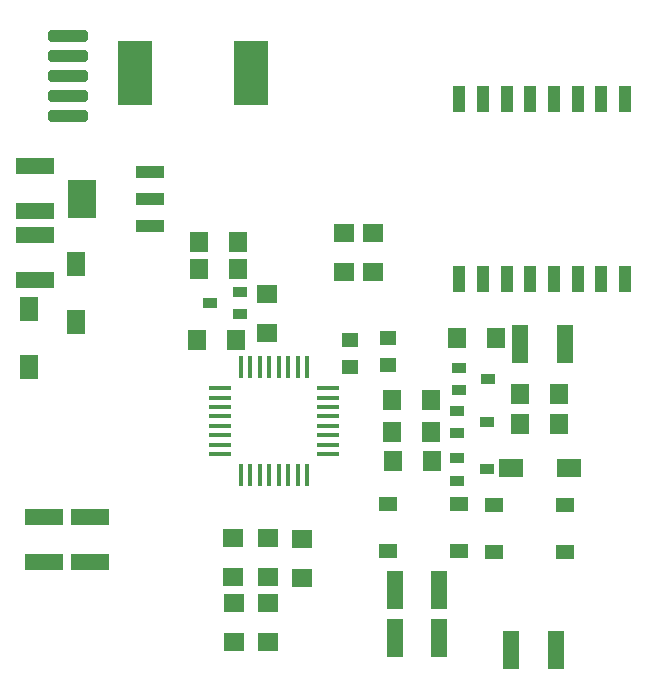
<source format=gtp>
G04*
G04 #@! TF.GenerationSoftware,Altium Limited,Altium Designer,19.1.1 (5)*
G04*
G04 Layer_Color=8421504*
%FSTAX24Y24*%
%MOIN*%
G70*
G01*
G75*
%ADD24R,0.0600X0.0650*%
%ADD25R,0.0591X0.0787*%
%ADD26R,0.0650X0.0600*%
%ADD27R,0.0394X0.0886*%
%ADD28R,0.0551X0.1299*%
%ADD29R,0.1299X0.0551*%
%ADD30R,0.0550X0.0500*%
%ADD31R,0.0591X0.0512*%
%ADD32R,0.0177X0.0750*%
%ADD33R,0.0750X0.0177*%
%ADD34R,0.0472X0.0335*%
%ADD35R,0.0787X0.0591*%
%ADD36R,0.0945X0.0394*%
%ADD37R,0.0945X0.1299*%
%ADD38R,0.1181X0.2126*%
G04:AMPARAMS|DCode=39|XSize=39.4mil|YSize=133.9mil|CornerRadius=9.8mil|HoleSize=0mil|Usage=FLASHONLY|Rotation=90.000|XOffset=0mil|YOffset=0mil|HoleType=Round|Shape=RoundedRectangle|*
%AMROUNDEDRECTD39*
21,1,0.0394,0.1142,0,0,90.0*
21,1,0.0197,0.1339,0,0,90.0*
1,1,0.0197,0.0571,0.0098*
1,1,0.0197,0.0571,-0.0098*
1,1,0.0197,-0.0571,-0.0098*
1,1,0.0197,-0.0571,0.0098*
%
%ADD39ROUNDEDRECTD39*%
D24*
X03939Y024971D02*
D03*
X03809D02*
D03*
X030809Y028191D02*
D03*
X029509D02*
D03*
X030809Y027275D02*
D03*
X029509D02*
D03*
X029441Y02492D02*
D03*
X030741D02*
D03*
X04149Y02212D02*
D03*
X04019D02*
D03*
X041493Y023105D02*
D03*
X040193D02*
D03*
X03727Y020863D02*
D03*
X03597D02*
D03*
X03724Y021858D02*
D03*
X03594D02*
D03*
X03724Y022899D02*
D03*
X03594D02*
D03*
D25*
X023828Y02401D02*
D03*
Y025939D02*
D03*
X0254Y027449D02*
D03*
Y02552D02*
D03*
D26*
X035315Y027191D02*
D03*
Y028491D02*
D03*
X03435Y027191D02*
D03*
Y028491D02*
D03*
X030664Y01614D02*
D03*
Y01484D02*
D03*
X031813D02*
D03*
Y01614D02*
D03*
Y018297D02*
D03*
Y016997D02*
D03*
X03065D02*
D03*
Y018297D02*
D03*
X031764Y026446D02*
D03*
Y025146D02*
D03*
X032946Y018287D02*
D03*
Y016987D02*
D03*
D27*
X038182Y032936D02*
D03*
X038969D02*
D03*
X039757D02*
D03*
X040544D02*
D03*
X041332D02*
D03*
X042119D02*
D03*
X042906D02*
D03*
X043694D02*
D03*
Y026932D02*
D03*
X042906D02*
D03*
X042119D02*
D03*
X041332D02*
D03*
X040544D02*
D03*
X039757D02*
D03*
X038969D02*
D03*
X038182D02*
D03*
D28*
X041386Y01457D02*
D03*
X03989D02*
D03*
X041692Y024773D02*
D03*
X040196D02*
D03*
X03602Y014972D02*
D03*
X037516D02*
D03*
X03602Y016572D02*
D03*
X037516D02*
D03*
D29*
X025873Y018996D02*
D03*
Y0175D02*
D03*
X024321Y019011D02*
D03*
Y017515D02*
D03*
X024031Y030698D02*
D03*
Y029202D02*
D03*
X024032Y026902D02*
D03*
Y028398D02*
D03*
D30*
X03455Y02402D02*
D03*
Y02492D02*
D03*
X035818Y024071D02*
D03*
Y024971D02*
D03*
D31*
X03935Y019415D02*
D03*
Y01784D02*
D03*
X041712Y019415D02*
D03*
Y01784D02*
D03*
X035818Y01944D02*
D03*
Y017865D02*
D03*
X03818Y01944D02*
D03*
Y017865D02*
D03*
D32*
X030898Y020396D02*
D03*
X031213D02*
D03*
X031528Y020396D02*
D03*
X031843Y020396D02*
D03*
X032157D02*
D03*
X032472Y020396D02*
D03*
X032787Y020396D02*
D03*
X033102D02*
D03*
X0309Y024D02*
D03*
X031215Y024D02*
D03*
X03153Y024D02*
D03*
X031845D02*
D03*
X03216D02*
D03*
X032475D02*
D03*
X03279D02*
D03*
X033105D02*
D03*
D33*
X0338Y0211D02*
D03*
Y021415D02*
D03*
Y02173D02*
D03*
Y022045D02*
D03*
Y02236D02*
D03*
Y022675D02*
D03*
Y02299D02*
D03*
Y023305D02*
D03*
X030196Y021098D02*
D03*
Y021413D02*
D03*
Y021728D02*
D03*
Y022043D02*
D03*
X0302Y02236D02*
D03*
X030196Y022672D02*
D03*
X030196Y022987D02*
D03*
Y023302D02*
D03*
D34*
X02988Y026146D02*
D03*
X030862Y026516D02*
D03*
X030864Y025772D02*
D03*
X039142Y023596D02*
D03*
X03816Y023226D02*
D03*
X038158Y023971D02*
D03*
X039093Y020595D02*
D03*
X03811Y020225D02*
D03*
X038108Y020969D02*
D03*
X039093Y022165D02*
D03*
X03811Y021795D02*
D03*
X038108Y022539D02*
D03*
D35*
X03989Y020645D02*
D03*
X041819D02*
D03*
D36*
X027872Y028694D02*
D03*
Y0296D02*
D03*
Y030506D02*
D03*
D37*
X025589Y0296D02*
D03*
D38*
X027371Y033798D02*
D03*
X031229D02*
D03*
D39*
X02515Y035039D02*
D03*
Y0337D02*
D03*
Y034369D02*
D03*
Y033031D02*
D03*
Y032361D02*
D03*
M02*

</source>
